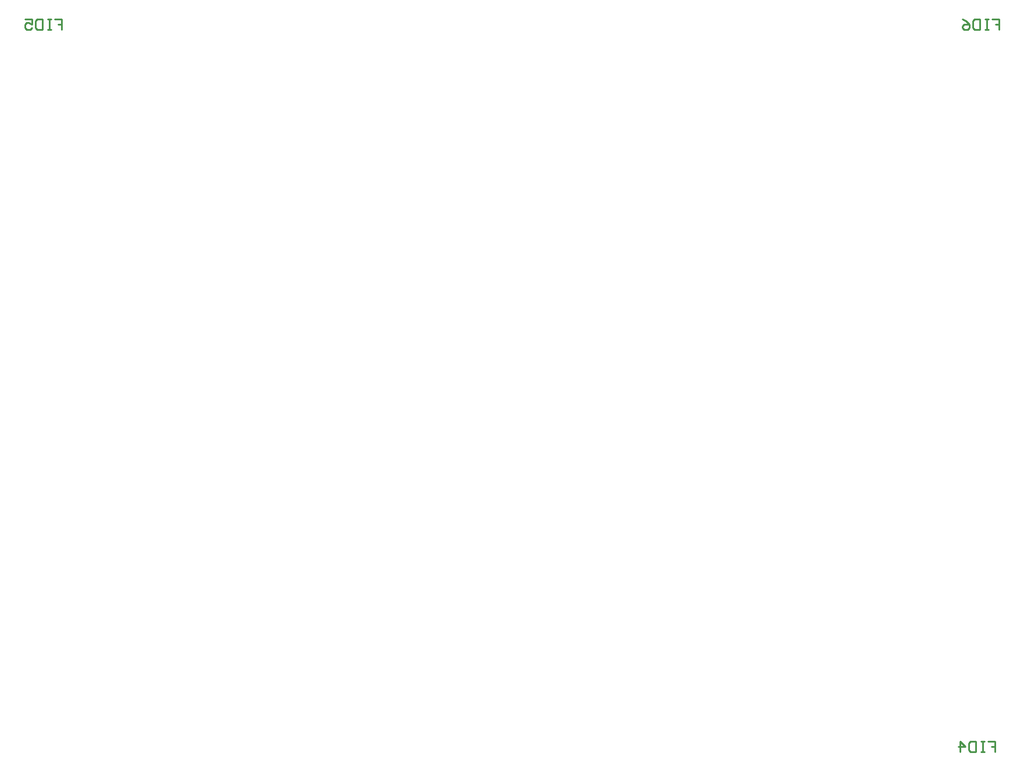
<source format=gbr>
%TF.GenerationSoftware,Altium Limited,Altium Designer,25.1.2 (22)*%
G04 Layer_Color=32896*
%FSLAX26Y26*%
%MOIN*%
%TF.SameCoordinates,F7076460-2797-427A-AE81-16C54333DA03*%
%TF.FilePolarity,Positive*%
%TF.FileFunction,Legend,Bot*%
%TF.Part,Single*%
G01*
G75*
%TA.AperFunction,NonConductor*%
%ADD66C,0.010000*%
D66*
X209979Y4744990D02*
X249966D01*
Y4715000D01*
X229972D01*
X249966D01*
Y4685010D01*
X189985Y4744990D02*
X169992D01*
X179989D01*
Y4685010D01*
X189985D01*
X169992D01*
X140002Y4744990D02*
Y4685010D01*
X110011D01*
X100014Y4695007D01*
Y4734993D01*
X110011Y4744990D01*
X140002D01*
X40034D02*
X80021D01*
Y4715000D01*
X60028Y4724997D01*
X50031D01*
X40034Y4715000D01*
Y4695007D01*
X50031Y4685010D01*
X70024D01*
X80021Y4695007D01*
X5584979Y4744990D02*
X5624966D01*
Y4715000D01*
X5604972D01*
X5624966D01*
Y4685010D01*
X5564985Y4744990D02*
X5544992D01*
X5554989D01*
Y4685010D01*
X5564985D01*
X5544992D01*
X5515002Y4744990D02*
Y4685010D01*
X5485011D01*
X5475015Y4695007D01*
Y4734993D01*
X5485011Y4744990D01*
X5515002D01*
X5415034D02*
X5435028Y4734993D01*
X5455021Y4715000D01*
Y4695007D01*
X5445024Y4685010D01*
X5425031D01*
X5415034Y4695007D01*
Y4705003D01*
X5425031Y4715000D01*
X5455021D01*
X5563013Y597981D02*
X5603000D01*
Y567990D01*
X5583007D01*
X5603000D01*
Y538000D01*
X5543019Y597981D02*
X5523026D01*
X5533023D01*
Y538000D01*
X5543019D01*
X5523026D01*
X5493036Y597981D02*
Y538000D01*
X5463045D01*
X5453048Y547997D01*
Y587984D01*
X5463045Y597981D01*
X5493036D01*
X5403065Y538000D02*
Y597981D01*
X5433055Y567990D01*
X5393068D01*
%TF.MD5,5793b6bc48b84fd823eb98c4f4efcf3a*%
M02*

</source>
